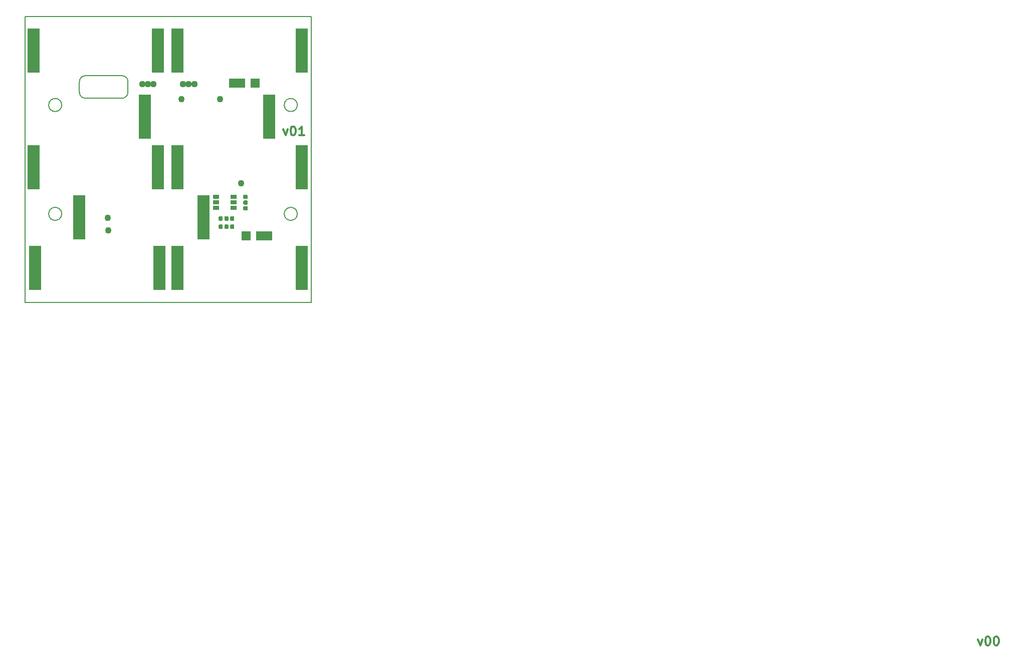
<source format=gbr>
%TF.GenerationSoftware,KiCad,Pcbnew,(5.1.4)-1*%
%TF.CreationDate,2019-12-19T16:50:31-07:00*%
%TF.ProjectId,SolarCellZ_v1,536f6c61-7243-4656-9c6c-5a5f76312e6b,rev?*%
%TF.SameCoordinates,Original*%
%TF.FileFunction,Soldermask,Top*%
%TF.FilePolarity,Negative*%
%FSLAX46Y46*%
G04 Gerber Fmt 4.6, Leading zero omitted, Abs format (unit mm)*
G04 Created by KiCad (PCBNEW (5.1.4)-1) date 2019-12-19 16:50:31*
%MOMM*%
%LPD*%
G04 APERTURE LIST*
%ADD10C,0.200000*%
%ADD11C,0.300000*%
%ADD12R,2.101600X7.501600*%
%ADD13R,1.001600X0.801600*%
%ADD14C,1.117600*%
%ADD15C,1.101600*%
%ADD16R,1.501600X1.501600*%
%ADD17R,2.801600X1.501600*%
%ADD18C,0.100000*%
%ADD19C,0.691600*%
G04 APERTURE END LIST*
D10*
X107407500Y-52841000D02*
G75*
G02X106407500Y-53841000I-1000000J0D01*
G01*
X100207500Y-53841000D02*
G75*
G02X99207500Y-52841000I0J1000000D01*
G01*
X106407500Y-50041000D02*
G75*
G02X107407500Y-51041000I0J-1000000D01*
G01*
X99207500Y-51041000D02*
G75*
G02X100207500Y-50041000I1000000J0D01*
G01*
X96207500Y-54991000D02*
G75*
G03X96207500Y-54991000I-1100000J0D01*
G01*
X106407500Y-50041000D02*
X100207500Y-50041000D01*
X138407500Y-39991000D02*
X138407500Y-88391000D01*
X138407500Y-88391000D02*
X90007500Y-88391000D01*
X96207500Y-73391000D02*
G75*
G03X96207500Y-73391000I-1100000J0D01*
G01*
X90007500Y-88391000D02*
X90007500Y-39991000D01*
X90007500Y-39991000D02*
X138407500Y-39991000D01*
X100207500Y-53841000D02*
X106407500Y-53841000D01*
X136007500Y-73391000D02*
G75*
G03X136007500Y-73391000I-1100000J0D01*
G01*
X136007500Y-54991000D02*
G75*
G03X136007500Y-54991000I-1100000J0D01*
G01*
X107407500Y-52841000D02*
X107407500Y-51041000D01*
X99207500Y-51041000D02*
X99207500Y-52841000D01*
D11*
X133659785Y-59114571D02*
X134016928Y-60114571D01*
X134374071Y-59114571D01*
X135231214Y-58614571D02*
X135374071Y-58614571D01*
X135516928Y-58686000D01*
X135588357Y-58757428D01*
X135659785Y-58900285D01*
X135731214Y-59186000D01*
X135731214Y-59543142D01*
X135659785Y-59828857D01*
X135588357Y-59971714D01*
X135516928Y-60043142D01*
X135374071Y-60114571D01*
X135231214Y-60114571D01*
X135088357Y-60043142D01*
X135016928Y-59971714D01*
X134945500Y-59828857D01*
X134874071Y-59543142D01*
X134874071Y-59186000D01*
X134945500Y-58900285D01*
X135016928Y-58757428D01*
X135088357Y-58686000D01*
X135231214Y-58614571D01*
X137159785Y-60114571D02*
X136302642Y-60114571D01*
X136731214Y-60114571D02*
X136731214Y-58614571D01*
X136588357Y-58828857D01*
X136445500Y-58971714D01*
X136302642Y-59043142D01*
X251007785Y-145347571D02*
X251364928Y-146347571D01*
X251722071Y-145347571D01*
X252579214Y-144847571D02*
X252722071Y-144847571D01*
X252864928Y-144919000D01*
X252936357Y-144990428D01*
X253007785Y-145133285D01*
X253079214Y-145419000D01*
X253079214Y-145776142D01*
X253007785Y-146061857D01*
X252936357Y-146204714D01*
X252864928Y-146276142D01*
X252722071Y-146347571D01*
X252579214Y-146347571D01*
X252436357Y-146276142D01*
X252364928Y-146204714D01*
X252293500Y-146061857D01*
X252222071Y-145776142D01*
X252222071Y-145419000D01*
X252293500Y-145133285D01*
X252364928Y-144990428D01*
X252436357Y-144919000D01*
X252579214Y-144847571D01*
X254007785Y-144847571D02*
X254150642Y-144847571D01*
X254293500Y-144919000D01*
X254364928Y-144990428D01*
X254436357Y-145133285D01*
X254507785Y-145419000D01*
X254507785Y-145776142D01*
X254436357Y-146061857D01*
X254364928Y-146204714D01*
X254293500Y-146276142D01*
X254150642Y-146347571D01*
X254007785Y-146347571D01*
X253864928Y-146276142D01*
X253793500Y-146204714D01*
X253722071Y-146061857D01*
X253650642Y-145776142D01*
X253650642Y-145419000D01*
X253722071Y-145133285D01*
X253793500Y-144990428D01*
X253864928Y-144919000D01*
X254007785Y-144847571D01*
D12*
X136750000Y-45750000D03*
X115750000Y-45750000D03*
X91500000Y-45750000D03*
X112500000Y-45750000D03*
X131250000Y-57000000D03*
X110250000Y-57000000D03*
X136750000Y-65500000D03*
X115750000Y-65500000D03*
X112500000Y-65500000D03*
X91500000Y-65500000D03*
X120187000Y-74000000D03*
X99187000Y-74000000D03*
X115750000Y-82500000D03*
X136750000Y-82500000D03*
X112750000Y-82500000D03*
X91750000Y-82500000D03*
D13*
X122311500Y-70487500D03*
X122311500Y-71437500D03*
X122311500Y-72387500D03*
X125211500Y-72387500D03*
X125211500Y-71437500D03*
X125211500Y-70487500D03*
D14*
X116700000Y-51500000D03*
X117650000Y-51500000D03*
X111700000Y-51500000D03*
X110750000Y-51500000D03*
X118600000Y-51500000D03*
X109800000Y-51500000D03*
D15*
X116459000Y-54038500D03*
X122936000Y-54038500D03*
X126492000Y-68199000D03*
X104013000Y-74041000D03*
X104076500Y-76200000D03*
D16*
X128850000Y-51250000D03*
D17*
X125800000Y-51250000D03*
D16*
X127385200Y-77152500D03*
D17*
X130435200Y-77152500D03*
D18*
G36*
X124228347Y-73798033D02*
G01*
X124245131Y-73800522D01*
X124261590Y-73804645D01*
X124277566Y-73810361D01*
X124292904Y-73817616D01*
X124307458Y-73826339D01*
X124321087Y-73836446D01*
X124333659Y-73847841D01*
X124345054Y-73860413D01*
X124355161Y-73874042D01*
X124363884Y-73888596D01*
X124371139Y-73903934D01*
X124376855Y-73919910D01*
X124380978Y-73936369D01*
X124383467Y-73953153D01*
X124384300Y-73970100D01*
X124384300Y-74365900D01*
X124383467Y-74382847D01*
X124380978Y-74399631D01*
X124376855Y-74416090D01*
X124371139Y-74432066D01*
X124363884Y-74447404D01*
X124355161Y-74461958D01*
X124345054Y-74475587D01*
X124333659Y-74488159D01*
X124321087Y-74499554D01*
X124307458Y-74509661D01*
X124292904Y-74518384D01*
X124277566Y-74525639D01*
X124261590Y-74531355D01*
X124245131Y-74535478D01*
X124228347Y-74537967D01*
X124211400Y-74538800D01*
X123865600Y-74538800D01*
X123848653Y-74537967D01*
X123831869Y-74535478D01*
X123815410Y-74531355D01*
X123799434Y-74525639D01*
X123784096Y-74518384D01*
X123769542Y-74509661D01*
X123755913Y-74499554D01*
X123743341Y-74488159D01*
X123731946Y-74475587D01*
X123721839Y-74461958D01*
X123713116Y-74447404D01*
X123705861Y-74432066D01*
X123700145Y-74416090D01*
X123696022Y-74399631D01*
X123693533Y-74382847D01*
X123692700Y-74365900D01*
X123692700Y-73970100D01*
X123693533Y-73953153D01*
X123696022Y-73936369D01*
X123700145Y-73919910D01*
X123705861Y-73903934D01*
X123713116Y-73888596D01*
X123721839Y-73874042D01*
X123731946Y-73860413D01*
X123743341Y-73847841D01*
X123755913Y-73836446D01*
X123769542Y-73826339D01*
X123784096Y-73817616D01*
X123799434Y-73810361D01*
X123815410Y-73804645D01*
X123831869Y-73800522D01*
X123848653Y-73798033D01*
X123865600Y-73797200D01*
X124211400Y-73797200D01*
X124228347Y-73798033D01*
X124228347Y-73798033D01*
G37*
D19*
X124038500Y-74168000D03*
D18*
G36*
X125198347Y-73798033D02*
G01*
X125215131Y-73800522D01*
X125231590Y-73804645D01*
X125247566Y-73810361D01*
X125262904Y-73817616D01*
X125277458Y-73826339D01*
X125291087Y-73836446D01*
X125303659Y-73847841D01*
X125315054Y-73860413D01*
X125325161Y-73874042D01*
X125333884Y-73888596D01*
X125341139Y-73903934D01*
X125346855Y-73919910D01*
X125350978Y-73936369D01*
X125353467Y-73953153D01*
X125354300Y-73970100D01*
X125354300Y-74365900D01*
X125353467Y-74382847D01*
X125350978Y-74399631D01*
X125346855Y-74416090D01*
X125341139Y-74432066D01*
X125333884Y-74447404D01*
X125325161Y-74461958D01*
X125315054Y-74475587D01*
X125303659Y-74488159D01*
X125291087Y-74499554D01*
X125277458Y-74509661D01*
X125262904Y-74518384D01*
X125247566Y-74525639D01*
X125231590Y-74531355D01*
X125215131Y-74535478D01*
X125198347Y-74537967D01*
X125181400Y-74538800D01*
X124835600Y-74538800D01*
X124818653Y-74537967D01*
X124801869Y-74535478D01*
X124785410Y-74531355D01*
X124769434Y-74525639D01*
X124754096Y-74518384D01*
X124739542Y-74509661D01*
X124725913Y-74499554D01*
X124713341Y-74488159D01*
X124701946Y-74475587D01*
X124691839Y-74461958D01*
X124683116Y-74447404D01*
X124675861Y-74432066D01*
X124670145Y-74416090D01*
X124666022Y-74399631D01*
X124663533Y-74382847D01*
X124662700Y-74365900D01*
X124662700Y-73970100D01*
X124663533Y-73953153D01*
X124666022Y-73936369D01*
X124670145Y-73919910D01*
X124675861Y-73903934D01*
X124683116Y-73888596D01*
X124691839Y-73874042D01*
X124701946Y-73860413D01*
X124713341Y-73847841D01*
X124725913Y-73836446D01*
X124739542Y-73826339D01*
X124754096Y-73817616D01*
X124769434Y-73810361D01*
X124785410Y-73804645D01*
X124801869Y-73800522D01*
X124818653Y-73798033D01*
X124835600Y-73797200D01*
X125181400Y-73797200D01*
X125198347Y-73798033D01*
X125198347Y-73798033D01*
G37*
D19*
X125008500Y-74168000D03*
D18*
G36*
X123258067Y-73798033D02*
G01*
X123274851Y-73800522D01*
X123291310Y-73804645D01*
X123307286Y-73810361D01*
X123322624Y-73817616D01*
X123337178Y-73826339D01*
X123350807Y-73836446D01*
X123363379Y-73847841D01*
X123374774Y-73860413D01*
X123384881Y-73874042D01*
X123393604Y-73888596D01*
X123400859Y-73903934D01*
X123406575Y-73919910D01*
X123410698Y-73936369D01*
X123413187Y-73953153D01*
X123414020Y-73970100D01*
X123414020Y-74365900D01*
X123413187Y-74382847D01*
X123410698Y-74399631D01*
X123406575Y-74416090D01*
X123400859Y-74432066D01*
X123393604Y-74447404D01*
X123384881Y-74461958D01*
X123374774Y-74475587D01*
X123363379Y-74488159D01*
X123350807Y-74499554D01*
X123337178Y-74509661D01*
X123322624Y-74518384D01*
X123307286Y-74525639D01*
X123291310Y-74531355D01*
X123274851Y-74535478D01*
X123258067Y-74537967D01*
X123241120Y-74538800D01*
X122895320Y-74538800D01*
X122878373Y-74537967D01*
X122861589Y-74535478D01*
X122845130Y-74531355D01*
X122829154Y-74525639D01*
X122813816Y-74518384D01*
X122799262Y-74509661D01*
X122785633Y-74499554D01*
X122773061Y-74488159D01*
X122761666Y-74475587D01*
X122751559Y-74461958D01*
X122742836Y-74447404D01*
X122735581Y-74432066D01*
X122729865Y-74416090D01*
X122725742Y-74399631D01*
X122723253Y-74382847D01*
X122722420Y-74365900D01*
X122722420Y-73970100D01*
X122723253Y-73953153D01*
X122725742Y-73936369D01*
X122729865Y-73919910D01*
X122735581Y-73903934D01*
X122742836Y-73888596D01*
X122751559Y-73874042D01*
X122761666Y-73860413D01*
X122773061Y-73847841D01*
X122785633Y-73836446D01*
X122799262Y-73826339D01*
X122813816Y-73817616D01*
X122829154Y-73810361D01*
X122845130Y-73804645D01*
X122861589Y-73800522D01*
X122878373Y-73798033D01*
X122895320Y-73797200D01*
X123241120Y-73797200D01*
X123258067Y-73798033D01*
X123258067Y-73798033D01*
G37*
D19*
X123068220Y-74168000D03*
D18*
G36*
X124228067Y-73798033D02*
G01*
X124244851Y-73800522D01*
X124261310Y-73804645D01*
X124277286Y-73810361D01*
X124292624Y-73817616D01*
X124307178Y-73826339D01*
X124320807Y-73836446D01*
X124333379Y-73847841D01*
X124344774Y-73860413D01*
X124354881Y-73874042D01*
X124363604Y-73888596D01*
X124370859Y-73903934D01*
X124376575Y-73919910D01*
X124380698Y-73936369D01*
X124383187Y-73953153D01*
X124384020Y-73970100D01*
X124384020Y-74365900D01*
X124383187Y-74382847D01*
X124380698Y-74399631D01*
X124376575Y-74416090D01*
X124370859Y-74432066D01*
X124363604Y-74447404D01*
X124354881Y-74461958D01*
X124344774Y-74475587D01*
X124333379Y-74488159D01*
X124320807Y-74499554D01*
X124307178Y-74509661D01*
X124292624Y-74518384D01*
X124277286Y-74525639D01*
X124261310Y-74531355D01*
X124244851Y-74535478D01*
X124228067Y-74537967D01*
X124211120Y-74538800D01*
X123865320Y-74538800D01*
X123848373Y-74537967D01*
X123831589Y-74535478D01*
X123815130Y-74531355D01*
X123799154Y-74525639D01*
X123783816Y-74518384D01*
X123769262Y-74509661D01*
X123755633Y-74499554D01*
X123743061Y-74488159D01*
X123731666Y-74475587D01*
X123721559Y-74461958D01*
X123712836Y-74447404D01*
X123705581Y-74432066D01*
X123699865Y-74416090D01*
X123695742Y-74399631D01*
X123693253Y-74382847D01*
X123692420Y-74365900D01*
X123692420Y-73970100D01*
X123693253Y-73953153D01*
X123695742Y-73936369D01*
X123699865Y-73919910D01*
X123705581Y-73903934D01*
X123712836Y-73888596D01*
X123721559Y-73874042D01*
X123731666Y-73860413D01*
X123743061Y-73847841D01*
X123755633Y-73836446D01*
X123769262Y-73826339D01*
X123783816Y-73817616D01*
X123799154Y-73810361D01*
X123815130Y-73804645D01*
X123831589Y-73800522D01*
X123848373Y-73798033D01*
X123865320Y-73797200D01*
X124211120Y-73797200D01*
X124228067Y-73798033D01*
X124228067Y-73798033D01*
G37*
D19*
X124038220Y-74168000D03*
D18*
G36*
X124228347Y-75195033D02*
G01*
X124245131Y-75197522D01*
X124261590Y-75201645D01*
X124277566Y-75207361D01*
X124292904Y-75214616D01*
X124307458Y-75223339D01*
X124321087Y-75233446D01*
X124333659Y-75244841D01*
X124345054Y-75257413D01*
X124355161Y-75271042D01*
X124363884Y-75285596D01*
X124371139Y-75300934D01*
X124376855Y-75316910D01*
X124380978Y-75333369D01*
X124383467Y-75350153D01*
X124384300Y-75367100D01*
X124384300Y-75762900D01*
X124383467Y-75779847D01*
X124380978Y-75796631D01*
X124376855Y-75813090D01*
X124371139Y-75829066D01*
X124363884Y-75844404D01*
X124355161Y-75858958D01*
X124345054Y-75872587D01*
X124333659Y-75885159D01*
X124321087Y-75896554D01*
X124307458Y-75906661D01*
X124292904Y-75915384D01*
X124277566Y-75922639D01*
X124261590Y-75928355D01*
X124245131Y-75932478D01*
X124228347Y-75934967D01*
X124211400Y-75935800D01*
X123865600Y-75935800D01*
X123848653Y-75934967D01*
X123831869Y-75932478D01*
X123815410Y-75928355D01*
X123799434Y-75922639D01*
X123784096Y-75915384D01*
X123769542Y-75906661D01*
X123755913Y-75896554D01*
X123743341Y-75885159D01*
X123731946Y-75872587D01*
X123721839Y-75858958D01*
X123713116Y-75844404D01*
X123705861Y-75829066D01*
X123700145Y-75813090D01*
X123696022Y-75796631D01*
X123693533Y-75779847D01*
X123692700Y-75762900D01*
X123692700Y-75367100D01*
X123693533Y-75350153D01*
X123696022Y-75333369D01*
X123700145Y-75316910D01*
X123705861Y-75300934D01*
X123713116Y-75285596D01*
X123721839Y-75271042D01*
X123731946Y-75257413D01*
X123743341Y-75244841D01*
X123755913Y-75233446D01*
X123769542Y-75223339D01*
X123784096Y-75214616D01*
X123799434Y-75207361D01*
X123815410Y-75201645D01*
X123831869Y-75197522D01*
X123848653Y-75195033D01*
X123865600Y-75194200D01*
X124211400Y-75194200D01*
X124228347Y-75195033D01*
X124228347Y-75195033D01*
G37*
D19*
X124038500Y-75565000D03*
D18*
G36*
X125198347Y-75195033D02*
G01*
X125215131Y-75197522D01*
X125231590Y-75201645D01*
X125247566Y-75207361D01*
X125262904Y-75214616D01*
X125277458Y-75223339D01*
X125291087Y-75233446D01*
X125303659Y-75244841D01*
X125315054Y-75257413D01*
X125325161Y-75271042D01*
X125333884Y-75285596D01*
X125341139Y-75300934D01*
X125346855Y-75316910D01*
X125350978Y-75333369D01*
X125353467Y-75350153D01*
X125354300Y-75367100D01*
X125354300Y-75762900D01*
X125353467Y-75779847D01*
X125350978Y-75796631D01*
X125346855Y-75813090D01*
X125341139Y-75829066D01*
X125333884Y-75844404D01*
X125325161Y-75858958D01*
X125315054Y-75872587D01*
X125303659Y-75885159D01*
X125291087Y-75896554D01*
X125277458Y-75906661D01*
X125262904Y-75915384D01*
X125247566Y-75922639D01*
X125231590Y-75928355D01*
X125215131Y-75932478D01*
X125198347Y-75934967D01*
X125181400Y-75935800D01*
X124835600Y-75935800D01*
X124818653Y-75934967D01*
X124801869Y-75932478D01*
X124785410Y-75928355D01*
X124769434Y-75922639D01*
X124754096Y-75915384D01*
X124739542Y-75906661D01*
X124725913Y-75896554D01*
X124713341Y-75885159D01*
X124701946Y-75872587D01*
X124691839Y-75858958D01*
X124683116Y-75844404D01*
X124675861Y-75829066D01*
X124670145Y-75813090D01*
X124666022Y-75796631D01*
X124663533Y-75779847D01*
X124662700Y-75762900D01*
X124662700Y-75367100D01*
X124663533Y-75350153D01*
X124666022Y-75333369D01*
X124670145Y-75316910D01*
X124675861Y-75300934D01*
X124683116Y-75285596D01*
X124691839Y-75271042D01*
X124701946Y-75257413D01*
X124713341Y-75244841D01*
X124725913Y-75233446D01*
X124739542Y-75223339D01*
X124754096Y-75214616D01*
X124769434Y-75207361D01*
X124785410Y-75201645D01*
X124801869Y-75197522D01*
X124818653Y-75195033D01*
X124835600Y-75194200D01*
X125181400Y-75194200D01*
X125198347Y-75195033D01*
X125198347Y-75195033D01*
G37*
D19*
X125008500Y-75565000D03*
D18*
G36*
X123258067Y-75195033D02*
G01*
X123274851Y-75197522D01*
X123291310Y-75201645D01*
X123307286Y-75207361D01*
X123322624Y-75214616D01*
X123337178Y-75223339D01*
X123350807Y-75233446D01*
X123363379Y-75244841D01*
X123374774Y-75257413D01*
X123384881Y-75271042D01*
X123393604Y-75285596D01*
X123400859Y-75300934D01*
X123406575Y-75316910D01*
X123410698Y-75333369D01*
X123413187Y-75350153D01*
X123414020Y-75367100D01*
X123414020Y-75762900D01*
X123413187Y-75779847D01*
X123410698Y-75796631D01*
X123406575Y-75813090D01*
X123400859Y-75829066D01*
X123393604Y-75844404D01*
X123384881Y-75858958D01*
X123374774Y-75872587D01*
X123363379Y-75885159D01*
X123350807Y-75896554D01*
X123337178Y-75906661D01*
X123322624Y-75915384D01*
X123307286Y-75922639D01*
X123291310Y-75928355D01*
X123274851Y-75932478D01*
X123258067Y-75934967D01*
X123241120Y-75935800D01*
X122895320Y-75935800D01*
X122878373Y-75934967D01*
X122861589Y-75932478D01*
X122845130Y-75928355D01*
X122829154Y-75922639D01*
X122813816Y-75915384D01*
X122799262Y-75906661D01*
X122785633Y-75896554D01*
X122773061Y-75885159D01*
X122761666Y-75872587D01*
X122751559Y-75858958D01*
X122742836Y-75844404D01*
X122735581Y-75829066D01*
X122729865Y-75813090D01*
X122725742Y-75796631D01*
X122723253Y-75779847D01*
X122722420Y-75762900D01*
X122722420Y-75367100D01*
X122723253Y-75350153D01*
X122725742Y-75333369D01*
X122729865Y-75316910D01*
X122735581Y-75300934D01*
X122742836Y-75285596D01*
X122751559Y-75271042D01*
X122761666Y-75257413D01*
X122773061Y-75244841D01*
X122785633Y-75233446D01*
X122799262Y-75223339D01*
X122813816Y-75214616D01*
X122829154Y-75207361D01*
X122845130Y-75201645D01*
X122861589Y-75197522D01*
X122878373Y-75195033D01*
X122895320Y-75194200D01*
X123241120Y-75194200D01*
X123258067Y-75195033D01*
X123258067Y-75195033D01*
G37*
D19*
X123068220Y-75565000D03*
D18*
G36*
X124228067Y-75195033D02*
G01*
X124244851Y-75197522D01*
X124261310Y-75201645D01*
X124277286Y-75207361D01*
X124292624Y-75214616D01*
X124307178Y-75223339D01*
X124320807Y-75233446D01*
X124333379Y-75244841D01*
X124344774Y-75257413D01*
X124354881Y-75271042D01*
X124363604Y-75285596D01*
X124370859Y-75300934D01*
X124376575Y-75316910D01*
X124380698Y-75333369D01*
X124383187Y-75350153D01*
X124384020Y-75367100D01*
X124384020Y-75762900D01*
X124383187Y-75779847D01*
X124380698Y-75796631D01*
X124376575Y-75813090D01*
X124370859Y-75829066D01*
X124363604Y-75844404D01*
X124354881Y-75858958D01*
X124344774Y-75872587D01*
X124333379Y-75885159D01*
X124320807Y-75896554D01*
X124307178Y-75906661D01*
X124292624Y-75915384D01*
X124277286Y-75922639D01*
X124261310Y-75928355D01*
X124244851Y-75932478D01*
X124228067Y-75934967D01*
X124211120Y-75935800D01*
X123865320Y-75935800D01*
X123848373Y-75934967D01*
X123831589Y-75932478D01*
X123815130Y-75928355D01*
X123799154Y-75922639D01*
X123783816Y-75915384D01*
X123769262Y-75906661D01*
X123755633Y-75896554D01*
X123743061Y-75885159D01*
X123731666Y-75872587D01*
X123721559Y-75858958D01*
X123712836Y-75844404D01*
X123705581Y-75829066D01*
X123699865Y-75813090D01*
X123695742Y-75796631D01*
X123693253Y-75779847D01*
X123692420Y-75762900D01*
X123692420Y-75367100D01*
X123693253Y-75350153D01*
X123695742Y-75333369D01*
X123699865Y-75316910D01*
X123705581Y-75300934D01*
X123712836Y-75285596D01*
X123721559Y-75271042D01*
X123731666Y-75257413D01*
X123743061Y-75244841D01*
X123755633Y-75233446D01*
X123769262Y-75223339D01*
X123783816Y-75214616D01*
X123799154Y-75207361D01*
X123815130Y-75201645D01*
X123831589Y-75197522D01*
X123848373Y-75195033D01*
X123865320Y-75194200D01*
X124211120Y-75194200D01*
X124228067Y-75195033D01*
X124228067Y-75195033D01*
G37*
D19*
X124038220Y-75565000D03*
D18*
G36*
X127468847Y-71138533D02*
G01*
X127485631Y-71141022D01*
X127502090Y-71145145D01*
X127518066Y-71150861D01*
X127533404Y-71158116D01*
X127547958Y-71166839D01*
X127561587Y-71176946D01*
X127574159Y-71188341D01*
X127585554Y-71200913D01*
X127595661Y-71214542D01*
X127604384Y-71229096D01*
X127611639Y-71244434D01*
X127617355Y-71260410D01*
X127621478Y-71276869D01*
X127623967Y-71293653D01*
X127624800Y-71310600D01*
X127624800Y-71656400D01*
X127623967Y-71673347D01*
X127621478Y-71690131D01*
X127617355Y-71706590D01*
X127611639Y-71722566D01*
X127604384Y-71737904D01*
X127595661Y-71752458D01*
X127585554Y-71766087D01*
X127574159Y-71778659D01*
X127561587Y-71790054D01*
X127547958Y-71800161D01*
X127533404Y-71808884D01*
X127518066Y-71816139D01*
X127502090Y-71821855D01*
X127485631Y-71825978D01*
X127468847Y-71828467D01*
X127451900Y-71829300D01*
X127056100Y-71829300D01*
X127039153Y-71828467D01*
X127022369Y-71825978D01*
X127005910Y-71821855D01*
X126989934Y-71816139D01*
X126974596Y-71808884D01*
X126960042Y-71800161D01*
X126946413Y-71790054D01*
X126933841Y-71778659D01*
X126922446Y-71766087D01*
X126912339Y-71752458D01*
X126903616Y-71737904D01*
X126896361Y-71722566D01*
X126890645Y-71706590D01*
X126886522Y-71690131D01*
X126884033Y-71673347D01*
X126883200Y-71656400D01*
X126883200Y-71310600D01*
X126884033Y-71293653D01*
X126886522Y-71276869D01*
X126890645Y-71260410D01*
X126896361Y-71244434D01*
X126903616Y-71229096D01*
X126912339Y-71214542D01*
X126922446Y-71200913D01*
X126933841Y-71188341D01*
X126946413Y-71176946D01*
X126960042Y-71166839D01*
X126974596Y-71158116D01*
X126989934Y-71150861D01*
X127005910Y-71145145D01*
X127022369Y-71141022D01*
X127039153Y-71138533D01*
X127056100Y-71137700D01*
X127451900Y-71137700D01*
X127468847Y-71138533D01*
X127468847Y-71138533D01*
G37*
D19*
X127254000Y-71483500D03*
D18*
G36*
X127468847Y-72108533D02*
G01*
X127485631Y-72111022D01*
X127502090Y-72115145D01*
X127518066Y-72120861D01*
X127533404Y-72128116D01*
X127547958Y-72136839D01*
X127561587Y-72146946D01*
X127574159Y-72158341D01*
X127585554Y-72170913D01*
X127595661Y-72184542D01*
X127604384Y-72199096D01*
X127611639Y-72214434D01*
X127617355Y-72230410D01*
X127621478Y-72246869D01*
X127623967Y-72263653D01*
X127624800Y-72280600D01*
X127624800Y-72626400D01*
X127623967Y-72643347D01*
X127621478Y-72660131D01*
X127617355Y-72676590D01*
X127611639Y-72692566D01*
X127604384Y-72707904D01*
X127595661Y-72722458D01*
X127585554Y-72736087D01*
X127574159Y-72748659D01*
X127561587Y-72760054D01*
X127547958Y-72770161D01*
X127533404Y-72778884D01*
X127518066Y-72786139D01*
X127502090Y-72791855D01*
X127485631Y-72795978D01*
X127468847Y-72798467D01*
X127451900Y-72799300D01*
X127056100Y-72799300D01*
X127039153Y-72798467D01*
X127022369Y-72795978D01*
X127005910Y-72791855D01*
X126989934Y-72786139D01*
X126974596Y-72778884D01*
X126960042Y-72770161D01*
X126946413Y-72760054D01*
X126933841Y-72748659D01*
X126922446Y-72736087D01*
X126912339Y-72722458D01*
X126903616Y-72707904D01*
X126896361Y-72692566D01*
X126890645Y-72676590D01*
X126886522Y-72660131D01*
X126884033Y-72643347D01*
X126883200Y-72626400D01*
X126883200Y-72280600D01*
X126884033Y-72263653D01*
X126886522Y-72246869D01*
X126890645Y-72230410D01*
X126896361Y-72214434D01*
X126903616Y-72199096D01*
X126912339Y-72184542D01*
X126922446Y-72170913D01*
X126933841Y-72158341D01*
X126946413Y-72146946D01*
X126960042Y-72136839D01*
X126974596Y-72128116D01*
X126989934Y-72120861D01*
X127005910Y-72115145D01*
X127022369Y-72111022D01*
X127039153Y-72108533D01*
X127056100Y-72107700D01*
X127451900Y-72107700D01*
X127468847Y-72108533D01*
X127468847Y-72108533D01*
G37*
D19*
X127254000Y-72453500D03*
D18*
G36*
X127468847Y-70163033D02*
G01*
X127485631Y-70165522D01*
X127502090Y-70169645D01*
X127518066Y-70175361D01*
X127533404Y-70182616D01*
X127547958Y-70191339D01*
X127561587Y-70201446D01*
X127574159Y-70212841D01*
X127585554Y-70225413D01*
X127595661Y-70239042D01*
X127604384Y-70253596D01*
X127611639Y-70268934D01*
X127617355Y-70284910D01*
X127621478Y-70301369D01*
X127623967Y-70318153D01*
X127624800Y-70335100D01*
X127624800Y-70680900D01*
X127623967Y-70697847D01*
X127621478Y-70714631D01*
X127617355Y-70731090D01*
X127611639Y-70747066D01*
X127604384Y-70762404D01*
X127595661Y-70776958D01*
X127585554Y-70790587D01*
X127574159Y-70803159D01*
X127561587Y-70814554D01*
X127547958Y-70824661D01*
X127533404Y-70833384D01*
X127518066Y-70840639D01*
X127502090Y-70846355D01*
X127485631Y-70850478D01*
X127468847Y-70852967D01*
X127451900Y-70853800D01*
X127056100Y-70853800D01*
X127039153Y-70852967D01*
X127022369Y-70850478D01*
X127005910Y-70846355D01*
X126989934Y-70840639D01*
X126974596Y-70833384D01*
X126960042Y-70824661D01*
X126946413Y-70814554D01*
X126933841Y-70803159D01*
X126922446Y-70790587D01*
X126912339Y-70776958D01*
X126903616Y-70762404D01*
X126896361Y-70747066D01*
X126890645Y-70731090D01*
X126886522Y-70714631D01*
X126884033Y-70697847D01*
X126883200Y-70680900D01*
X126883200Y-70335100D01*
X126884033Y-70318153D01*
X126886522Y-70301369D01*
X126890645Y-70284910D01*
X126896361Y-70268934D01*
X126903616Y-70253596D01*
X126912339Y-70239042D01*
X126922446Y-70225413D01*
X126933841Y-70212841D01*
X126946413Y-70201446D01*
X126960042Y-70191339D01*
X126974596Y-70182616D01*
X126989934Y-70175361D01*
X127005910Y-70169645D01*
X127022369Y-70165522D01*
X127039153Y-70163033D01*
X127056100Y-70162200D01*
X127451900Y-70162200D01*
X127468847Y-70163033D01*
X127468847Y-70163033D01*
G37*
D19*
X127254000Y-70508000D03*
D18*
G36*
X127468847Y-71133033D02*
G01*
X127485631Y-71135522D01*
X127502090Y-71139645D01*
X127518066Y-71145361D01*
X127533404Y-71152616D01*
X127547958Y-71161339D01*
X127561587Y-71171446D01*
X127574159Y-71182841D01*
X127585554Y-71195413D01*
X127595661Y-71209042D01*
X127604384Y-71223596D01*
X127611639Y-71238934D01*
X127617355Y-71254910D01*
X127621478Y-71271369D01*
X127623967Y-71288153D01*
X127624800Y-71305100D01*
X127624800Y-71650900D01*
X127623967Y-71667847D01*
X127621478Y-71684631D01*
X127617355Y-71701090D01*
X127611639Y-71717066D01*
X127604384Y-71732404D01*
X127595661Y-71746958D01*
X127585554Y-71760587D01*
X127574159Y-71773159D01*
X127561587Y-71784554D01*
X127547958Y-71794661D01*
X127533404Y-71803384D01*
X127518066Y-71810639D01*
X127502090Y-71816355D01*
X127485631Y-71820478D01*
X127468847Y-71822967D01*
X127451900Y-71823800D01*
X127056100Y-71823800D01*
X127039153Y-71822967D01*
X127022369Y-71820478D01*
X127005910Y-71816355D01*
X126989934Y-71810639D01*
X126974596Y-71803384D01*
X126960042Y-71794661D01*
X126946413Y-71784554D01*
X126933841Y-71773159D01*
X126922446Y-71760587D01*
X126912339Y-71746958D01*
X126903616Y-71732404D01*
X126896361Y-71717066D01*
X126890645Y-71701090D01*
X126886522Y-71684631D01*
X126884033Y-71667847D01*
X126883200Y-71650900D01*
X126883200Y-71305100D01*
X126884033Y-71288153D01*
X126886522Y-71271369D01*
X126890645Y-71254910D01*
X126896361Y-71238934D01*
X126903616Y-71223596D01*
X126912339Y-71209042D01*
X126922446Y-71195413D01*
X126933841Y-71182841D01*
X126946413Y-71171446D01*
X126960042Y-71161339D01*
X126974596Y-71152616D01*
X126989934Y-71145361D01*
X127005910Y-71139645D01*
X127022369Y-71135522D01*
X127039153Y-71133033D01*
X127056100Y-71132200D01*
X127451900Y-71132200D01*
X127468847Y-71133033D01*
X127468847Y-71133033D01*
G37*
D19*
X127254000Y-71478000D03*
M02*

</source>
